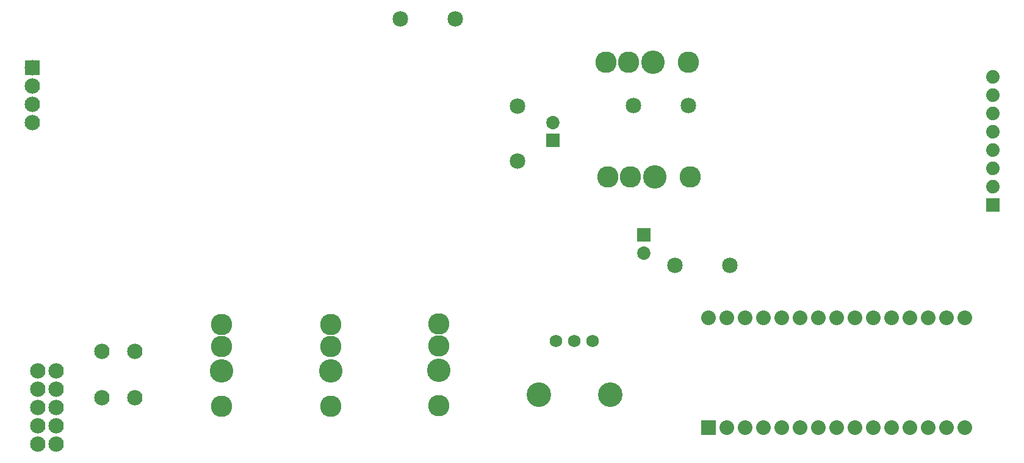
<source format=gts>
G04 MADE WITH FRITZING*
G04 WWW.FRITZING.ORG*
G04 DOUBLE SIDED*
G04 HOLES PLATED*
G04 CONTOUR ON CENTER OF CONTOUR VECTOR*
%ASAXBY*%
%FSLAX23Y23*%
%MOIN*%
%OFA0B0*%
%SFA1.0B1.0*%
%ADD10C,0.084000*%
%ADD11C,0.085000*%
%ADD12C,0.117087*%
%ADD13C,0.128110*%
%ADD14C,0.068000*%
%ADD15C,0.068028*%
%ADD16C,0.134033*%
%ADD17C,0.072992*%
%ADD18C,0.083999*%
%ADD19C,0.074000*%
%ADD20C,0.080000*%
%ADD21R,0.072992X0.072992*%
%ADD22R,0.084001X0.084001*%
%ADD23R,0.074000X0.074000*%
%ADD24R,0.080000X0.079972*%
%LNMASK1*%
G90*
G70*
G54D10*
X655Y480D03*
X655Y736D03*
X833Y480D03*
X833Y736D03*
X655Y480D03*
X655Y736D03*
X833Y480D03*
X833Y736D03*
G54D11*
X3858Y2077D03*
X3558Y2077D03*
G54D12*
X1904Y883D03*
X1904Y761D03*
X1904Y434D03*
G54D13*
X1904Y627D03*
G54D12*
X3407Y2316D03*
X3529Y2316D03*
X3856Y2316D03*
G54D13*
X3662Y2316D03*
G54D12*
X3418Y1689D03*
X3540Y1689D03*
X3867Y1689D03*
G54D13*
X3673Y1689D03*
G54D12*
X1307Y883D03*
X1307Y761D03*
X1307Y435D03*
G54D13*
X1307Y628D03*
G54D12*
X2493Y886D03*
X2493Y764D03*
X2493Y438D03*
G54D13*
X2493Y631D03*
G54D14*
X3335Y793D03*
X3235Y793D03*
G54D15*
X3134Y793D03*
G54D16*
X3429Y497D03*
X3040Y497D03*
G54D11*
X2924Y1774D03*
X2924Y2074D03*
G54D17*
X3614Y1370D03*
X3614Y1271D03*
X3116Y1888D03*
X3116Y1986D03*
G54D18*
X272Y2286D03*
X272Y2186D03*
X272Y2086D03*
X272Y1986D03*
G54D10*
X405Y227D03*
X305Y227D03*
X405Y327D03*
X305Y327D03*
X405Y427D03*
X305Y427D03*
X405Y527D03*
X305Y527D03*
X405Y627D03*
X305Y627D03*
X405Y227D03*
X305Y227D03*
X405Y327D03*
X305Y327D03*
X405Y427D03*
X305Y427D03*
X405Y527D03*
X305Y527D03*
X405Y627D03*
X305Y627D03*
G54D19*
X5519Y1534D03*
X5519Y1634D03*
X5519Y1734D03*
X5519Y1834D03*
X5519Y1934D03*
X5519Y2034D03*
X5519Y2134D03*
X5519Y2234D03*
G54D20*
X3966Y318D03*
X4066Y318D03*
X4166Y318D03*
X4266Y318D03*
X4366Y318D03*
X4466Y318D03*
X4566Y318D03*
X4666Y318D03*
X4766Y318D03*
X4866Y318D03*
X4966Y318D03*
X5066Y318D03*
X5166Y318D03*
X5266Y318D03*
X5366Y318D03*
X3966Y918D03*
X4066Y918D03*
X4166Y918D03*
X4266Y918D03*
X4366Y918D03*
X4466Y918D03*
X4566Y918D03*
X4666Y918D03*
X4766Y918D03*
X4866Y918D03*
X4966Y918D03*
X5066Y918D03*
X5166Y918D03*
X5266Y918D03*
X5366Y918D03*
G54D11*
X4083Y1204D03*
X3783Y1204D03*
X2585Y2552D03*
X2285Y2552D03*
G54D21*
X3614Y1370D03*
X3116Y1888D03*
G54D22*
X272Y2286D03*
G54D23*
X5519Y1534D03*
G54D24*
X3966Y318D03*
G04 End of Mask1*
M02*
</source>
